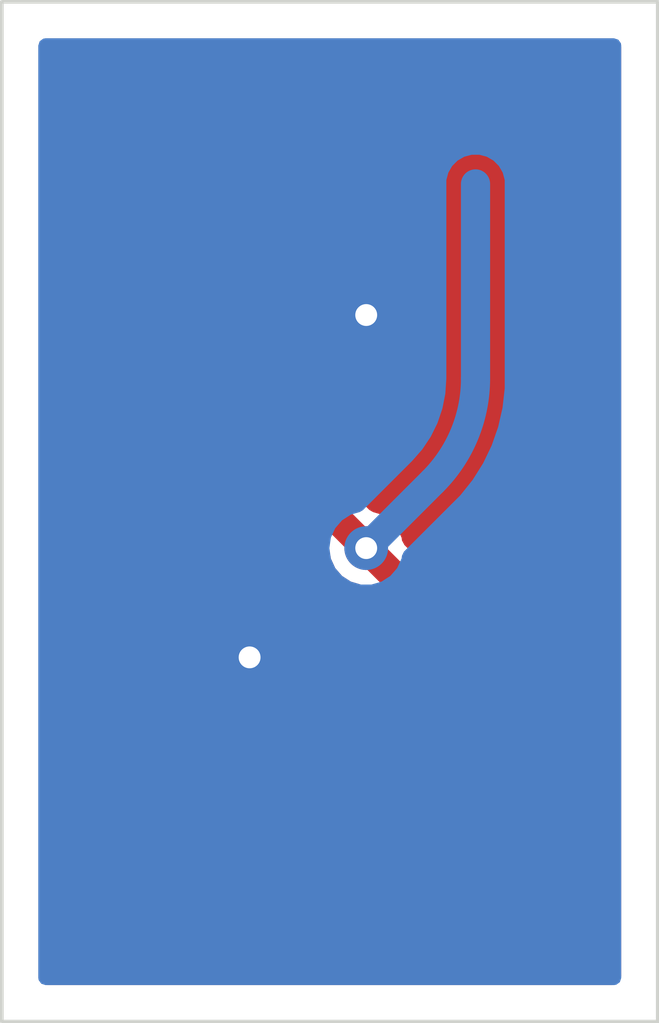
<source format=kicad_pcb>
(kicad_pcb (version 20240108) (generator "pcbnew") (generator_version "8.0")
  (layers (0 "F.Cu" signal) (31 "B.Cu" signal) (34 "B.Paste" user) (35 "F.Paste" user) (36 "B.SilkS" user "B.Silkscreen") (37 "F.SilkS" user "F.Silkscreen") (38 "B.Mask" user) (39 "F.Mask" user) (44 "Edge.Cuts" user))
  (net 0 "")
  (net 1 "/MSL")
  (net 2 "GND")
  (footprint "antmicro-footprints:NetTie-2_SMD_Pad0.127mm" (layer "F.Cu") (at 147 112.4 90)
    (property "Reference" "TP3" (hide yes))
    (property "Value" "Net-Tie_2")
    (fp_poly (pts (xy -0.0635 -0.0635) (xy 0.0625 -0.0635) (xy 0.0625 0.0635) (xy -0.0635 0.0635)) (fill solid) (layer "F.Cu"))
    (pad "1" smd roundrect (at -0.127 0 270) (size 0.127 0.127) (layers "F.Cu") (roundrect_rratio 0.5) (chamfer_ratio 0) (chamfer top_left bottom_left) (net 1 "/MSL"))
    (pad "2" smd roundrect (at 0.126 0 90) (size 0.127 0.127) (layers "F.Cu") (roundrect_rratio 0.5) (chamfer_ratio 0) (chamfer top_left bottom_left) (net 1 "/MSL"))
  )
  (footprint "antmicro-footprints:Simulation_Port" (layer "F.Cu") (at 147 112.75)
    (property "Reference" "SP2")
    (property "Value" "Simulation_Port" (hide yes))
  )
  (footprint "antmicro-footprints:NetTie-2_SMD_Pad0.127mm" (layer "F.Cu") (at 143 103.5 -90)
    (property "Reference" "TP1" (hide yes))
    (property "Value" "Net-Tie_2")
    (fp_poly (pts (xy -0.0635 -0.0635) (xy 0.0625 -0.0635) (xy 0.0625 0.0635) (xy -0.0635 0.0635)) (fill solid) (layer "F.Cu"))
    (pad "1" smd roundrect (at -0.127 0 90) (size 0.127 0.127) (layers "F.Cu") (roundrect_rratio 0.5) (chamfer_ratio 0) (chamfer top_left bottom_left) (net 1 "/MSL"))
    (pad "2" smd roundrect (at 0.126 0 270) (size 0.127 0.127) (layers "F.Cu") (roundrect_rratio 0.5) (chamfer_ratio 0) (chamfer top_left bottom_left) (net 1 "/MSL"))
  )
  (footprint "antmicro-footprints:Simulation_Port" (layer "F.Cu") (at 143 103.25 180)
    (property "Reference" "SP1")
    (property "Value" "Simulation_Port" (hide yes))
  )
  (footprint "antmicro-footprints:NetTie-2_SMD_Pad0.127mm" (layer "B.Cu") (at 141 113.5 180)
    (property "Reference" "TP4" (hide yes))
    (property "Value" "Net-Tie_2")
    (fp_poly (pts (xy -0.0635 0.0635) (xy 0.0625 0.0635) (xy 0.0625 -0.0635) (xy -0.0635 -0.0635)) (fill solid) (layer "B.Cu"))
    (pad "1" smd roundrect (at -0.127 0) (size 0.127 0.127) (layers "B.Cu") (roundrect_rratio 0.5) (chamfer_ratio 0) (chamfer top_left bottom_left) (net 2 "GND"))
    (pad "2" smd roundrect (at 0.126 0 180) (size 0.127 0.127) (layers "B.Cu") (roundrect_rratio 0.5) (chamfer_ratio 0) (chamfer top_left bottom_left) (net 2 "GND"))
  )
  (footprint "antmicro-footprints:Simulation_Port" (layer "B.Cu") (at 146.5 103.25)
    (property "Reference" "SP3")
    (property "Value" "Simulation_Port" (hide yes))
  )
  (footprint "antmicro-footprints:NetTie-2_SMD_Pad0.127mm" (layer "B.Cu") (at 141 114 180)
    (property "Reference" "TP2" (hide yes))
    (property "Value" "Net-Tie_2")
    (fp_poly (pts (xy -0.0635 0.0635) (xy 0.0625 0.0635) (xy 0.0625 -0.0635) (xy -0.0635 -0.0635)) (fill solid) (layer "B.Cu"))
    (pad "1" smd roundrect (at -0.127 0) (size 0.127 0.127) (layers "B.Cu") (roundrect_rratio 0.5) (chamfer_ratio 0) (chamfer top_left bottom_left) (net 2 "GND"))
    (pad "2" smd roundrect (at 0.126 0 180) (size 0.127 0.127) (layers "B.Cu") (roundrect_rratio 0.5) (chamfer_ratio 0) (chamfer top_left bottom_left) (net 2 "GND"))
  )
  (gr_rect (start 140 101) (end 149 115) (stroke (width 0.05)) (fill none) (layer "Edge.Cuts"))
  (segment (start 146.998156 111.19746) (end 146.998156 112.498156) (width 0.4) (layer "F.Cu") (net 1))
  (segment (start 143 103.373) (end 143 105.671573) (width 0.4) (layer "F.Cu") (net 1))
  (segment (start 146.998156 112.498156) (end 147 112.5) (width 0.4) (layer "F.Cu") (net 1))
  (segment (start 143.585787 107.085787) (end 145 108.5) (width 0.4) (layer "F.Cu") (net 1))
  (segment (start 145 108.5) (end 146.414214 109.914214) (width 0.4) (layer "F.Cu") (net 1))
  (via (at 145 108.5) (size 0.6) (drill 0.3) (layers "F.Cu" "B.Cu") (net 1))
  (arc (start 146.414214 109.914214) (mid 146.82172 110.503015) (end 146.998156 111.19746) (width 0.4) (layer "F.Cu") (net 1))
  (arc (start 143 105.671573) (mid 143.15225 106.436939) (end 143.585787 107.085787) (width 0.4) (layer "F.Cu") (net 1))
  (segment (start 145 108.5) (end 145.914214 107.585786) (width 0.4) (layer "B.Cu") (net 1))
  (segment (start 146.5 106.171573) (end 146.5 103.5) (width 0.4) (layer "B.Cu") (net 1))
  (arc (start 145.914214 107.585786) (mid 146.34775 106.936938) (end 146.5 106.171573) (width 0.4) (layer "B.Cu") (net 1))
  (via (at 145 105.3) (size 0.6) (drill 0.3) (layers "F.Cu" "B.Cu") (net 2))
  (via (at 143.4 110) (size 0.6) (drill 0.3) (layers "F.Cu" "B.Cu") (net 2))
  (zone (net 2) (net_name "GND") (layer "F.Cu") (priority 1) (connect_pads (clearance 0.2)) (min_thickness 0.25) (fill yes (thermal_gap 0.5) (thermal_bridge_width 0.5))
    (polygon (pts (xy 140 101) (xy 140 115) (xy 149 115) (xy 149 101)))
  )
  (zone (net 2) (net_name "GND") (layer "B.Cu") (connect_pads yes (clearance 0.2)) (min_thickness 0.2) (fill yes (thermal_gap 0.508) (thermal_bridge_width 0.508) (island_removal_mode 1) (island_area_min 0))
    (polygon (pts (xy 149 115) (xy 140 115) (xy 140 101) (xy 149 101)))
  )
)
</source>
